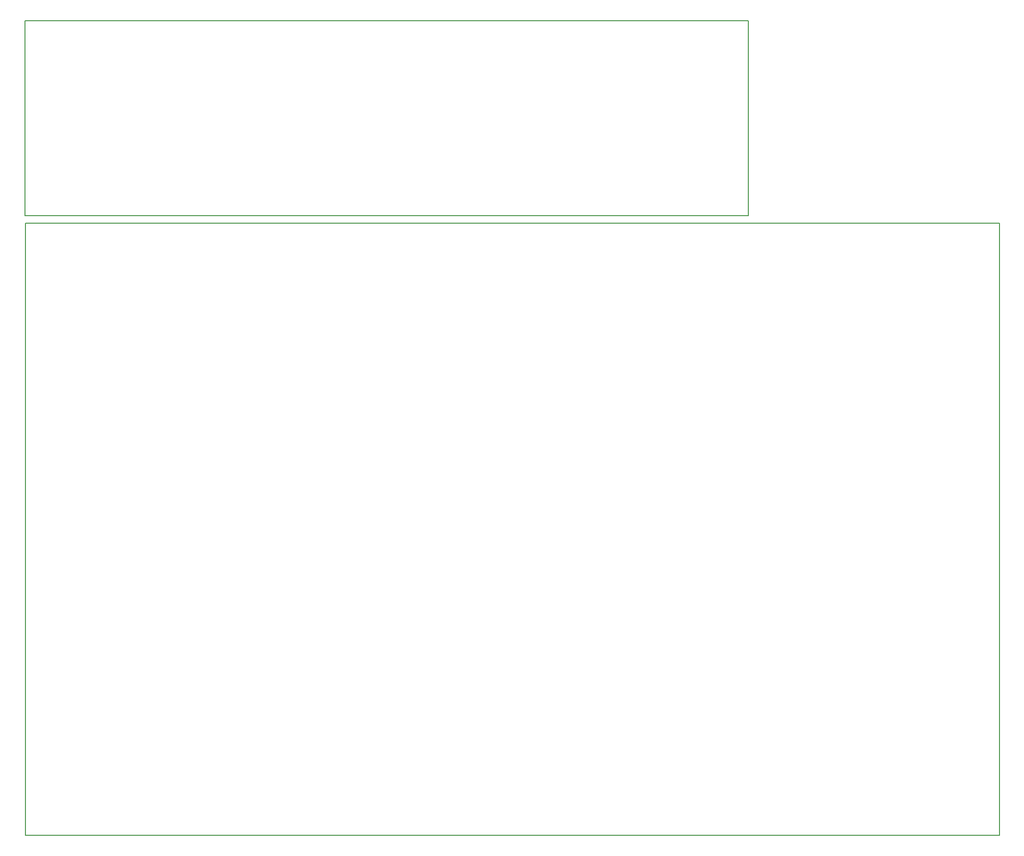
<source format=gm1>
%TF.GenerationSoftware,KiCad,Pcbnew,(5.99.0-13134-g7fd669b6a8-dirty)*%
%TF.CreationDate,2021-11-08T01:58:16+00:00*%
%TF.ProjectId,solarpump,736f6c61-7270-4756-9d70-2e6b69636164,1.0*%
%TF.SameCoordinates,Original*%
%TF.FileFunction,Profile,NP*%
%FSLAX46Y46*%
G04 Gerber Fmt 4.6, Leading zero omitted, Abs format (unit mm)*
G04 Created by KiCad (PCBNEW (5.99.0-13134-g7fd669b6a8-dirty)) date 2021-11-08 01:58:16*
%MOMM*%
%LPD*%
G01*
G04 APERTURE LIST*
%TA.AperFunction,Profile*%
%ADD10C,0.200000*%
%TD*%
G04 APERTURE END LIST*
D10*
X54750000Y-48950000D02*
X229750000Y-48950000D01*
X229750000Y-48950000D02*
X229750000Y-158950000D01*
X229750000Y-158950000D02*
X54750000Y-158950000D01*
X54750000Y-158950000D02*
X54750000Y-48950000D01*
X54684033Y-12532152D02*
X184634033Y-12532152D01*
X184634033Y-12532152D02*
X184634033Y-47532152D01*
X184634033Y-47532152D02*
X54684033Y-47532152D01*
X54684033Y-47532152D02*
X54684033Y-12532152D01*
M02*

</source>
